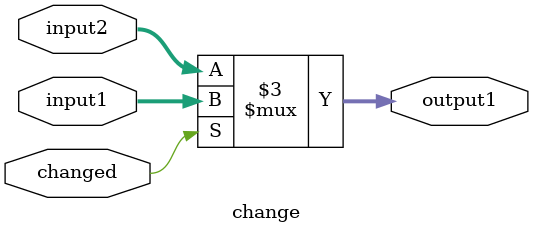
<source format=v>
module change (output1 , input1 , input2 , changed);

input [6:0] input1; 
input [6:0] input2;
input changed;
output [6:0] output1;
reg [6:0] output1;


always@(changed) 
begin
if (changed)begin 
output1 <= input1;
end else
begin
output1 <= input2;
end 
end

endmodule
</source>
